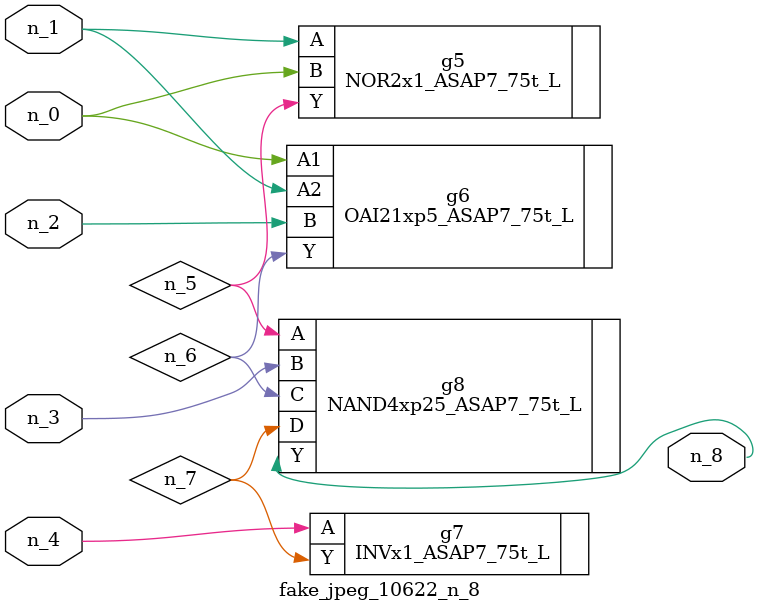
<source format=v>
module fake_jpeg_10622_n_8 (n_3, n_2, n_1, n_0, n_4, n_8);

input n_3;
input n_2;
input n_1;
input n_0;
input n_4;

output n_8;

wire n_6;
wire n_5;
wire n_7;

NOR2x1_ASAP7_75t_L g5 ( 
.A(n_1),
.B(n_0),
.Y(n_5)
);

OAI21xp5_ASAP7_75t_L g6 ( 
.A1(n_0),
.A2(n_1),
.B(n_2),
.Y(n_6)
);

INVx1_ASAP7_75t_L g7 ( 
.A(n_4),
.Y(n_7)
);

NAND4xp25_ASAP7_75t_L g8 ( 
.A(n_5),
.B(n_3),
.C(n_6),
.D(n_7),
.Y(n_8)
);


endmodule
</source>
